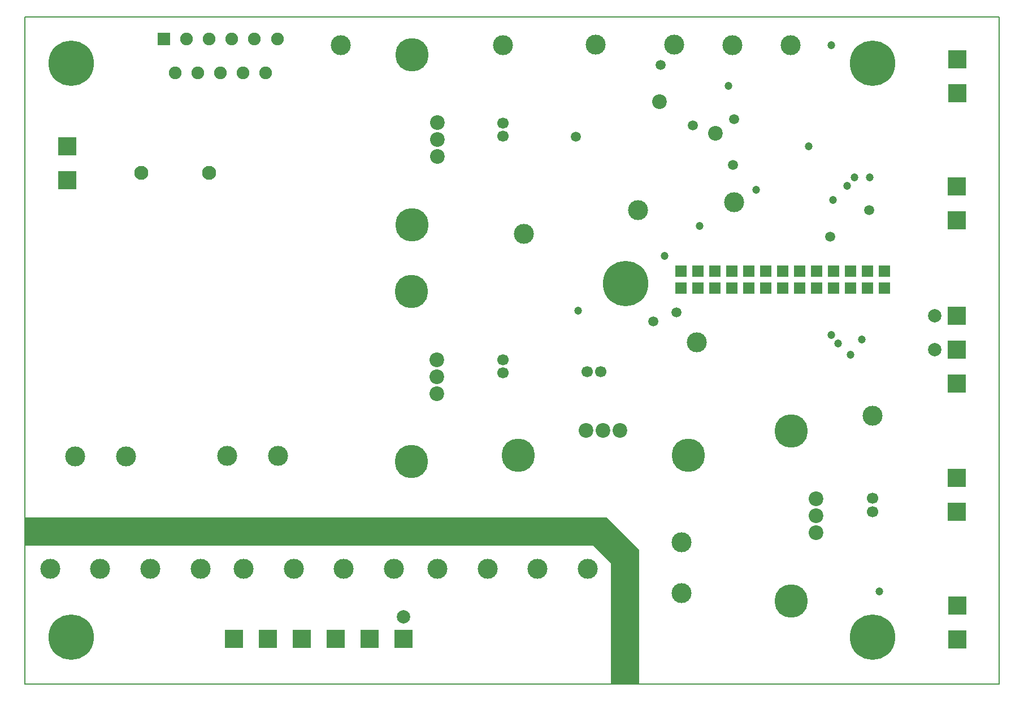
<source format=gbr>
%FSLAX23Y23*%
%MOIN*%
G04 EasyPC Gerber Version 17.0 Build 3379 *
%ADD19R,0.07087X0.07087*%
%ADD70R,0.07480X0.07480*%
%ADD15R,0.11024X0.11024*%
%ADD10C,0.00500*%
%ADD11C,0.04724*%
%ADD22C,0.05906*%
%ADD18C,0.06693*%
%ADD71C,0.07480*%
%ADD16C,0.07874*%
%ADD20C,0.08268*%
%ADD13C,0.08661*%
%ADD17C,0.08661*%
%ADD14C,0.11811*%
%ADD136C,0.19685*%
%ADD12C,0.26772*%
X0Y0D02*
D02*
D10*
X3Y35D02*
X5750D01*
Y3970*
X3*
Y35*
X3625D02*
X3465D01*
Y747*
X3356Y855*
X3*
Y1015*
X3433*
X3625Y823*
Y35*
G36*
X3465*
Y747*
X3356Y855*
X3*
Y1015*
X3433*
X3625Y823*
Y35*
G37*
D02*
D11*
X3267Y2237D03*
X3776Y2561D03*
X3982Y2737D03*
X4155Y3563D03*
X4318Y2950D03*
X4628Y3208D03*
X4759Y2095D03*
Y3803D03*
X4769Y2892D03*
X4801Y2043D03*
X4852Y2975D03*
X4874Y1976D03*
X4897Y3025D03*
X4939Y2067D03*
X4988Y3023D03*
X5045Y579D03*
D02*
D12*
X278Y311D03*
Y3696D03*
X3546Y2397D03*
X5003Y311D03*
Y3696D03*
D02*
D13*
X3748Y3469D03*
X4076Y3283D03*
D02*
D14*
X153Y714D03*
X300Y1378D03*
X448Y714D03*
X600Y1378D03*
X744Y714D03*
X1039D03*
X1197Y1381D03*
X1295Y714D03*
X1497Y1381D03*
X1590Y714D03*
X1868Y3803D03*
X1885Y714D03*
X2181D03*
X2437D03*
X2732D03*
X2824Y3803D03*
X2946Y2691D03*
X3027Y714D03*
X3322D03*
X3371Y3807D03*
X3620Y2830D03*
X3834Y3806D03*
X3876Y570D03*
Y870D03*
X3968Y2052D03*
X4177Y3804D03*
X4187Y2878D03*
X4519Y3804D03*
X5005Y1617D03*
D02*
D15*
X252Y3007D03*
Y3207D03*
X1237Y300D03*
X1437D03*
X1637D03*
X1837D03*
X2037D03*
X2237D03*
X5500Y1052D03*
Y1252D03*
Y1808D03*
Y2008D03*
Y2208D03*
Y2772D03*
Y2972D03*
X5502Y296D03*
Y496D03*
Y3520D03*
Y3720D03*
D02*
D16*
X2237Y431D03*
X5369Y2008D03*
X5369Y2208D03*
D02*
D17*
X2435Y1748D03*
Y1848D03*
Y1948D03*
X2436Y3146D03*
Y3246D03*
Y3346D03*
X3315Y1532D03*
X3415D03*
X3515D03*
X4671Y926D03*
Y1026D03*
Y1126D03*
D02*
D18*
X2822Y1870D03*
Y1948D03*
X2824Y3266D03*
Y3345D03*
X3320Y1878D03*
X3399D03*
X5004Y1051D03*
Y1129D03*
D02*
D19*
X3872Y2372D03*
Y2472D03*
X3972Y2372D03*
Y2472D03*
X4072Y2372D03*
Y2472D03*
X4172Y2372D03*
Y2472D03*
X4272Y2372D03*
Y2472D03*
X4372Y2372D03*
Y2472D03*
X4472Y2372D03*
Y2472D03*
X4572Y2372D03*
Y2472D03*
X4672Y2372D03*
Y2472D03*
X4772Y2372D03*
Y2472D03*
X4872Y2372D03*
Y2472D03*
X4972Y2372D03*
Y2472D03*
X5072Y2372D03*
Y2472D03*
D02*
D70*
X822Y3839D03*
D02*
D71*
X889Y3639D03*
X956Y3839D03*
X1023Y3639D03*
X1090Y3839D03*
X1157Y3639D03*
X1224Y3839D03*
X1291Y3639D03*
X1358Y3839D03*
X1425Y3639D03*
X1492Y3839D03*
D02*
D20*
X689Y3050D03*
X1089D03*
D02*
D22*
X3252Y3263D03*
X3711Y2173D03*
X3753Y3686D03*
X3846Y2227D03*
X3945Y3329D03*
X4179Y3098D03*
X4187Y3366D03*
X4753Y2673D03*
X4985Y2829D03*
D02*
D136*
X2285Y1346D03*
Y2350D03*
X2286Y2744D03*
Y3748D03*
X2913Y1383D03*
X3917D03*
X4522Y524D03*
Y1528D03*
X0Y0D02*
M02*

</source>
